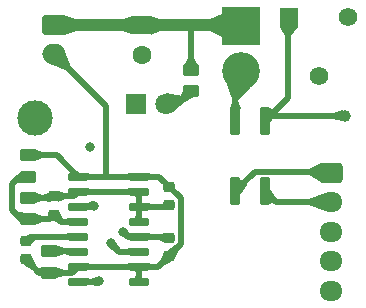
<source format=gbr>
%TF.GenerationSoftware,KiCad,Pcbnew,7.0.8-7.0.8~ubuntu22.04.1*%
%TF.CreationDate,2023-11-01T15:39:39+03:00*%
%TF.ProjectId,main-module,6d61696e-2d6d-46f6-9475-6c652e6b6963,rev?*%
%TF.SameCoordinates,Original*%
%TF.FileFunction,Copper,L1,Top*%
%TF.FilePolarity,Positive*%
%FSLAX46Y46*%
G04 Gerber Fmt 4.6, Leading zero omitted, Abs format (unit mm)*
G04 Created by KiCad (PCBNEW 7.0.8-7.0.8~ubuntu22.04.1) date 2023-11-01 15:39:39*
%MOMM*%
%LPD*%
G01*
G04 APERTURE LIST*
G04 Aperture macros list*
%AMRoundRect*
0 Rectangle with rounded corners*
0 $1 Rounding radius*
0 $2 $3 $4 $5 $6 $7 $8 $9 X,Y pos of 4 corners*
0 Add a 4 corners polygon primitive as box body*
4,1,4,$2,$3,$4,$5,$6,$7,$8,$9,$2,$3,0*
0 Add four circle primitives for the rounded corners*
1,1,$1+$1,$2,$3*
1,1,$1+$1,$4,$5*
1,1,$1+$1,$6,$7*
1,1,$1+$1,$8,$9*
0 Add four rect primitives between the rounded corners*
20,1,$1+$1,$2,$3,$4,$5,0*
20,1,$1+$1,$4,$5,$6,$7,0*
20,1,$1+$1,$6,$7,$8,$9,0*
20,1,$1+$1,$8,$9,$2,$3,0*%
G04 Aperture macros list end*
%TA.AperFunction,ComponentPad*%
%ADD10RoundRect,0.250000X-0.725000X0.600000X-0.725000X-0.600000X0.725000X-0.600000X0.725000X0.600000X0*%
%TD*%
%TA.AperFunction,ComponentPad*%
%ADD11O,1.950000X1.700000*%
%TD*%
%TA.AperFunction,SMDPad,CuDef*%
%ADD12RoundRect,0.225000X-0.250000X0.225000X-0.250000X-0.225000X0.250000X-0.225000X0.250000X0.225000X0*%
%TD*%
%TA.AperFunction,ComponentPad*%
%ADD13R,3.200000X3.200000*%
%TD*%
%TA.AperFunction,ComponentPad*%
%ADD14O,3.200000X3.200000*%
%TD*%
%TA.AperFunction,ComponentPad*%
%ADD15R,1.560000X1.560000*%
%TD*%
%TA.AperFunction,ComponentPad*%
%ADD16C,1.560000*%
%TD*%
%TA.AperFunction,SMDPad,CuDef*%
%ADD17RoundRect,0.250000X-0.450000X0.262500X-0.450000X-0.262500X0.450000X-0.262500X0.450000X0.262500X0*%
%TD*%
%TA.AperFunction,ComponentPad*%
%ADD18R,1.600000X1.600000*%
%TD*%
%TA.AperFunction,ComponentPad*%
%ADD19C,1.600000*%
%TD*%
%TA.AperFunction,SMDPad,CuDef*%
%ADD20RoundRect,0.250000X0.450000X-0.262500X0.450000X0.262500X-0.450000X0.262500X-0.450000X-0.262500X0*%
%TD*%
%TA.AperFunction,SMDPad,CuDef*%
%ADD21C,1.000000*%
%TD*%
%TA.AperFunction,ComponentPad*%
%ADD22C,3.000000*%
%TD*%
%TA.AperFunction,SMDPad,CuDef*%
%ADD23RoundRect,0.225000X0.250000X-0.225000X0.250000X0.225000X-0.250000X0.225000X-0.250000X-0.225000X0*%
%TD*%
%TA.AperFunction,ComponentPad*%
%ADD24R,1.800000X1.800000*%
%TD*%
%TA.AperFunction,ComponentPad*%
%ADD25C,1.800000*%
%TD*%
%TA.AperFunction,SMDPad,CuDef*%
%ADD26RoundRect,0.225000X-0.225000X-0.975000X0.225000X-0.975000X0.225000X0.975000X-0.225000X0.975000X0*%
%TD*%
%TA.AperFunction,SMDPad,CuDef*%
%ADD27RoundRect,0.150000X-0.725000X-0.150000X0.725000X-0.150000X0.725000X0.150000X-0.725000X0.150000X0*%
%TD*%
%TA.AperFunction,ComponentPad*%
%ADD28RoundRect,0.250000X-0.750000X0.600000X-0.750000X-0.600000X0.750000X-0.600000X0.750000X0.600000X0*%
%TD*%
%TA.AperFunction,ComponentPad*%
%ADD29O,2.000000X1.700000*%
%TD*%
%TA.AperFunction,ViaPad*%
%ADD30C,0.800000*%
%TD*%
%TA.AperFunction,Conductor*%
%ADD31C,0.500000*%
%TD*%
%TA.AperFunction,Conductor*%
%ADD32C,1.000000*%
%TD*%
G04 APERTURE END LIST*
D10*
%TO.P,T1,1,AA*%
%TO.N,Net-(T1-AA)*%
X172550000Y-75687500D03*
D11*
%TO.P,T1,2,AB*%
%TO.N,Net-(T1-AB)*%
X172550000Y-78187500D03*
%TO.P,T1,3,SA*%
%TO.N,Net-(T1-SA)*%
X172550000Y-80687500D03*
%TO.P,T1,4,SC*%
%TO.N,VPP*%
X172550000Y-83187500D03*
%TO.P,T1,5,SB*%
%TO.N,Net-(T1-SB)*%
X172550000Y-85687500D03*
%TD*%
D12*
%TO.P,C23,1*%
%TO.N,Net-(U9-CT)*%
X146750000Y-81475000D03*
%TO.P,C23,2*%
%TO.N,GND1*%
X146750000Y-83025000D03*
%TD*%
D13*
%TO.P,D4,1,K*%
%TO.N,VPP*%
X164950000Y-63315000D03*
D14*
%TO.P,D4,2,A*%
%TO.N,GND1*%
X164950000Y-67125000D03*
%TD*%
D15*
%TO.P,RV2,1,1*%
%TO.N,Net-(D6-+)*%
X169050000Y-62547500D03*
D16*
%TO.P,RV2,2,2*%
%TO.N,/TL494_FEEDBACK*%
X171550000Y-67547500D03*
%TO.P,RV2,3,3*%
%TO.N,GND1*%
X174050000Y-62547500D03*
%TD*%
D17*
%TO.P,R14,1*%
%TO.N,/TL494_VREF*%
X146950000Y-77812500D03*
%TO.P,R14,2*%
%TO.N,/TL494_DTC*%
X146950000Y-79637500D03*
%TD*%
D18*
%TO.P,C18,1*%
%TO.N,VPP*%
X156550000Y-63205121D03*
D19*
%TO.P,C18,2*%
%TO.N,GND1*%
X156550000Y-65705121D03*
%TD*%
D12*
%TO.P,C25,1*%
%TO.N,/TL494_VREF*%
X149150000Y-77712500D03*
%TO.P,C25,2*%
%TO.N,/TL494_DTC*%
X149150000Y-79262500D03*
%TD*%
D17*
%TO.P,R21,1*%
%TO.N,VPP*%
X160750000Y-66975000D03*
%TO.P,R21,2*%
%TO.N,Net-(D5-A)*%
X160750000Y-68800000D03*
%TD*%
D20*
%TO.P,R15,1*%
%TO.N,/TL494_DTC*%
X146950000Y-76050000D03*
%TO.P,R15,2*%
%TO.N,GND1*%
X146950000Y-74225000D03*
%TD*%
D12*
%TO.P,C22,1*%
%TO.N,VPP*%
X158900000Y-81225000D03*
%TO.P,C22,2*%
%TO.N,GND1*%
X158900000Y-82775000D03*
%TD*%
D21*
%TO.P,TP6,1,1*%
%TO.N,Net-(D6-+)*%
X173750000Y-70887500D03*
%TD*%
D22*
%TO.P,TP5,1,1*%
%TO.N,GND1*%
X147550000Y-71087500D03*
%TD*%
D23*
%TO.P,C21,1*%
%TO.N,/TL494_VREF*%
X158900000Y-78462500D03*
%TO.P,C21,2*%
%TO.N,GND1*%
X158900000Y-76912500D03*
%TD*%
D24*
%TO.P,D5,1,K*%
%TO.N,GND1*%
X156075000Y-69887500D03*
D25*
%TO.P,D5,2,A*%
%TO.N,Net-(D5-A)*%
X158615000Y-69887500D03*
%TD*%
D26*
%TO.P,D6,1,+*%
%TO.N,Net-(D6-+)*%
X167000000Y-71287500D03*
%TO.P,D6,2,-*%
%TO.N,GND1*%
X164500000Y-71287500D03*
%TO.P,D6,3*%
%TO.N,Net-(T1-AA)*%
X164500000Y-77287500D03*
%TO.P,D6,4*%
%TO.N,Net-(T1-AB)*%
X167000000Y-77287500D03*
%TD*%
D27*
%TO.P,U9,1,1IN+*%
%TO.N,GND1*%
X151175000Y-76055000D03*
%TO.P,U9,2,1IN-*%
%TO.N,/TL494_VREF*%
X151175000Y-77325000D03*
%TO.P,U9,3,FB*%
%TO.N,/TL494_FEEDBACK*%
X151175000Y-78595000D03*
%TO.P,U9,4,DTC*%
%TO.N,/TL494_DTC*%
X151175000Y-79865000D03*
%TO.P,U9,5,CT*%
%TO.N,Net-(U9-CT)*%
X151175000Y-81135000D03*
%TO.P,U9,6,RT*%
%TO.N,Net-(U9-RT)*%
X151175000Y-82405000D03*
%TO.P,U9,7,GND*%
%TO.N,GND1*%
X151175000Y-83675000D03*
%TO.P,U9,8,C1*%
%TO.N,Net-(U11-IN-)*%
X151175000Y-84945000D03*
%TO.P,U9,9,E1*%
%TO.N,GND1*%
X156325000Y-84945000D03*
%TO.P,U9,10,E2*%
X156325000Y-83675000D03*
%TO.P,U9,11,C2*%
%TO.N,Net-(U12-IN-)*%
X156325000Y-82405000D03*
%TO.P,U9,12,VCC*%
%TO.N,VPP*%
X156325000Y-81135000D03*
%TO.P,U9,13,OUTCTRL*%
%TO.N,/TL494_VREF*%
X156325000Y-79865000D03*
%TO.P,U9,14,REF*%
X156325000Y-78595000D03*
%TO.P,U9,15,2IN-*%
X156325000Y-77325000D03*
%TO.P,U9,16,2IN+*%
%TO.N,GND1*%
X156325000Y-76055000D03*
%TD*%
D17*
%TO.P,R13,1*%
%TO.N,Net-(U9-RT)*%
X148750000Y-82337500D03*
%TO.P,R13,2*%
%TO.N,GND1*%
X148750000Y-84162500D03*
%TD*%
D28*
%TO.P,J4,1,Pin_1*%
%TO.N,VPP*%
X149150000Y-63187500D03*
D29*
%TO.P,J4,2,Pin_2*%
%TO.N,GND1*%
X149150000Y-65687500D03*
%TD*%
D30*
%TO.N,Net-(U11-IN-)*%
X152950000Y-84887500D03*
%TO.N,Net-(U12-IN-)*%
X153950000Y-81687500D03*
X152150000Y-73487500D03*
%TO.N,VPP*%
X154950000Y-80687500D03*
%TO.N,/TL494_FEEDBACK*%
X152550000Y-78487500D03*
%TD*%
D31*
%TO.N,Net-(U9-RT)*%
X151107500Y-82337500D02*
X151175000Y-82405000D01*
X148750000Y-82337500D02*
X151107500Y-82337500D01*
%TO.N,Net-(U11-IN-)*%
X152892500Y-84945000D02*
X152950000Y-84887500D01*
X151175000Y-84945000D02*
X152892500Y-84945000D01*
%TO.N,Net-(U12-IN-)*%
X154667500Y-82405000D02*
X153950000Y-81687500D01*
X156325000Y-82405000D02*
X154667500Y-82405000D01*
%TO.N,VPP*%
X158950000Y-81112500D02*
X156347500Y-81112500D01*
X156325000Y-81135000D02*
X155397500Y-81135000D01*
D32*
X149150000Y-63187500D02*
X156532379Y-63187500D01*
D31*
X160750000Y-63405121D02*
X160550000Y-63205121D01*
D32*
X160550000Y-63205121D02*
X164840121Y-63205121D01*
D31*
X155397500Y-81135000D02*
X154950000Y-80687500D01*
X160750000Y-66975000D02*
X160750000Y-63405121D01*
D32*
X156550000Y-63205121D02*
X160550000Y-63205121D01*
D31*
%TO.N,GND1*%
X153550000Y-76055000D02*
X156325000Y-76055000D01*
X156325000Y-83675000D02*
X156325000Y-84945000D01*
X148750000Y-84162500D02*
X150687500Y-84162500D01*
X158950000Y-82662500D02*
X159875000Y-81737500D01*
X150687500Y-84162500D02*
X151175000Y-83675000D01*
X153550000Y-70087500D02*
X149150000Y-65687500D01*
X146950000Y-74225000D02*
X149345000Y-74225000D01*
X148750000Y-84162500D02*
X147887500Y-84162500D01*
X149345000Y-74225000D02*
X151175000Y-76055000D01*
X153550000Y-76055000D02*
X153550000Y-70087500D01*
X164500000Y-71287500D02*
X164500000Y-67575000D01*
X158950000Y-82662500D02*
X157937500Y-83675000D01*
X151175000Y-76055000D02*
X153550000Y-76055000D01*
X159875000Y-77875000D02*
X158055000Y-76055000D01*
X151175000Y-83675000D02*
X156325000Y-83675000D01*
X158055000Y-76055000D02*
X156325000Y-76055000D01*
X147887500Y-84162500D02*
X146750000Y-83025000D01*
X159875000Y-81737500D02*
X159875000Y-77875000D01*
X157937500Y-83675000D02*
X156325000Y-83675000D01*
%TO.N,Net-(U9-CT)*%
X147090000Y-81135000D02*
X151175000Y-81135000D01*
X146750000Y-81475000D02*
X147090000Y-81135000D01*
%TO.N,/TL494_VREF*%
X150787500Y-77712500D02*
X151175000Y-77325000D01*
X156325000Y-78595000D02*
X158417500Y-78595000D01*
X146950000Y-77812500D02*
X149050000Y-77812500D01*
X156325000Y-77325000D02*
X151175000Y-77325000D01*
X156325000Y-77325000D02*
X156325000Y-79865000D01*
X149150000Y-77712500D02*
X150787500Y-77712500D01*
%TO.N,/TL494_DTC*%
X145550000Y-76687500D02*
X146187500Y-76050000D01*
X146950000Y-79637500D02*
X148775000Y-79637500D01*
X149150000Y-79262500D02*
X149752500Y-79865000D01*
X148775000Y-79637500D02*
X149150000Y-79262500D01*
X145550000Y-78887500D02*
X145550000Y-76687500D01*
X146950000Y-79637500D02*
X146300000Y-79637500D01*
X146300000Y-79637500D02*
X145550000Y-78887500D01*
X146187500Y-76050000D02*
X146950000Y-76050000D01*
X149752500Y-79865000D02*
X151175000Y-79865000D01*
%TO.N,/TL494_FEEDBACK*%
X151175000Y-78595000D02*
X152442500Y-78595000D01*
X152442500Y-78595000D02*
X152550000Y-78487500D01*
%TO.N,Net-(T1-AA)*%
X166150000Y-75637500D02*
X172500000Y-75637500D01*
X164500000Y-77287500D02*
X166150000Y-75637500D01*
%TO.N,Net-(T1-AB)*%
X167000000Y-77287500D02*
X167900000Y-78187500D01*
X167900000Y-78187500D02*
X172550000Y-78187500D01*
%TO.N,Net-(D6-+)*%
X167000000Y-71287500D02*
X168950000Y-69337500D01*
X167400000Y-70887500D02*
X167000000Y-71287500D01*
X168950000Y-69337500D02*
X168950000Y-62647500D01*
X173750000Y-70887500D02*
X167400000Y-70887500D01*
%TO.N,Net-(D5-A)*%
X158615000Y-69887500D02*
X159662500Y-69887500D01*
X159662500Y-69887500D02*
X160750000Y-68800000D01*
%TD*%
%TA.AperFunction,Conductor*%
%TO.N,Net-(D6-+)*%
G36*
X169057998Y-62555048D02*
G01*
X169058269Y-62555328D01*
X169774873Y-63320355D01*
X169778028Y-63328735D01*
X169775714Y-63335347D01*
X169203509Y-64102794D01*
X169195816Y-64107378D01*
X169194129Y-64107500D01*
X168706910Y-64107500D01*
X168698637Y-64104073D01*
X168696664Y-64101449D01*
X168274243Y-63335197D01*
X168273250Y-63326297D01*
X168276209Y-63321282D01*
X169041453Y-62555057D01*
X169049723Y-62551626D01*
X169057998Y-62555048D01*
G37*
%TD.AperFunction*%
%TD*%
%TA.AperFunction,Conductor*%
%TO.N,Net-(U12-IN-)*%
G36*
X155602772Y-82106145D02*
G01*
X155746340Y-82165471D01*
X156299832Y-82394187D01*
X156306170Y-82400513D01*
X156306177Y-82409468D01*
X156299852Y-82415804D01*
X156299836Y-82415811D01*
X156299832Y-82415813D01*
X155602774Y-82703853D01*
X155597014Y-82704668D01*
X155160408Y-82656156D01*
X155152564Y-82651837D01*
X155150000Y-82644528D01*
X155150000Y-82165471D01*
X155153427Y-82157198D01*
X155160406Y-82153843D01*
X155597017Y-82105331D01*
X155602772Y-82106145D01*
G37*
%TD.AperFunction*%
%TD*%
%TA.AperFunction,Conductor*%
%TO.N,GND1*%
G36*
X150098379Y-65439167D02*
G01*
X150103486Y-65445263D01*
X150586376Y-66765874D01*
X150585999Y-66774821D01*
X150583661Y-66778165D01*
X150240993Y-67120833D01*
X150232720Y-67124260D01*
X150228102Y-67123310D01*
X149460656Y-66793602D01*
X148759144Y-66492221D01*
X148752896Y-66485808D01*
X148753013Y-66476854D01*
X148753294Y-66476249D01*
X149146928Y-65691506D01*
X149153699Y-65685650D01*
X149154375Y-65685448D01*
X150089505Y-65437970D01*
X150098379Y-65439167D01*
G37*
%TD.AperFunction*%
%TD*%
%TA.AperFunction,Conductor*%
%TO.N,GND1*%
G36*
X148302234Y-83653075D02*
G01*
X148304371Y-83654977D01*
X148741171Y-84152349D01*
X148744055Y-84160826D01*
X148740101Y-84168860D01*
X148738103Y-84170274D01*
X148087607Y-84535056D01*
X148078715Y-84536114D01*
X148075027Y-84534331D01*
X147474359Y-84099835D01*
X147469664Y-84092209D01*
X147471736Y-84083498D01*
X147472937Y-84082088D01*
X147814210Y-83740815D01*
X147820377Y-83737580D01*
X148293481Y-83651190D01*
X148302234Y-83653075D01*
G37*
%TD.AperFunction*%
%TD*%
%TA.AperFunction,Conductor*%
%TO.N,/TL494_VREF*%
G36*
X157489593Y-78343843D02*
G01*
X157497436Y-78348162D01*
X157500000Y-78355471D01*
X157500000Y-78834528D01*
X157496573Y-78842801D01*
X157489592Y-78846156D01*
X157052985Y-78894668D01*
X157047225Y-78893853D01*
X156350167Y-78605813D01*
X156343829Y-78599487D01*
X156343822Y-78590532D01*
X156350146Y-78584195D01*
X157047227Y-78296145D01*
X157052982Y-78295331D01*
X157489593Y-78343843D01*
G37*
%TD.AperFunction*%
%TD*%
%TA.AperFunction,Conductor*%
%TO.N,GND1*%
G36*
X147502289Y-73733946D02*
G01*
X148154813Y-73972193D01*
X148161409Y-73978249D01*
X148162500Y-73983183D01*
X148162500Y-74466816D01*
X148159073Y-74475089D01*
X148154813Y-74477806D01*
X147502292Y-74716052D01*
X147493345Y-74715671D01*
X147490439Y-74713747D01*
X146958621Y-74233685D01*
X146954776Y-74225598D01*
X146957776Y-74217160D01*
X146958621Y-74216315D01*
X147225952Y-73975000D01*
X147490440Y-73736251D01*
X147498877Y-73733252D01*
X147502289Y-73733946D01*
G37*
%TD.AperFunction*%
%TD*%
%TA.AperFunction,Conductor*%
%TO.N,GND1*%
G36*
X157489593Y-83423843D02*
G01*
X157497436Y-83428162D01*
X157500000Y-83435471D01*
X157500000Y-83914528D01*
X157496573Y-83922801D01*
X157489592Y-83926156D01*
X157052985Y-83974668D01*
X157047225Y-83973853D01*
X156350167Y-83685813D01*
X156343829Y-83679487D01*
X156343822Y-83670532D01*
X156350146Y-83664195D01*
X157047227Y-83376145D01*
X157052982Y-83375331D01*
X157489593Y-83423843D01*
G37*
%TD.AperFunction*%
%TD*%
%TA.AperFunction,Conductor*%
%TO.N,GND1*%
G36*
X147224967Y-82867230D02*
G01*
X147229833Y-82871737D01*
X147634442Y-83552716D01*
X147635721Y-83561578D01*
X147632656Y-83566964D01*
X147292033Y-83907587D01*
X147283760Y-83911014D01*
X147277680Y-83909310D01*
X146572153Y-83480200D01*
X146566865Y-83472973D01*
X146567415Y-83465747D01*
X146747265Y-83029214D01*
X146753584Y-83022872D01*
X146754316Y-83022596D01*
X147216035Y-82866631D01*
X147224967Y-82867230D01*
G37*
%TD.AperFunction*%
%TD*%
%TA.AperFunction,Conductor*%
%TO.N,Net-(D6-+)*%
G36*
X173557677Y-70429360D02*
G01*
X173562573Y-70434963D01*
X173749127Y-70883003D01*
X173749144Y-70891957D01*
X173749127Y-70891997D01*
X173562573Y-71340036D01*
X173556229Y-71346357D01*
X173548806Y-71346857D01*
X172758734Y-71139789D01*
X172751600Y-71134376D01*
X172750000Y-71128471D01*
X172750000Y-70646528D01*
X172753427Y-70638255D01*
X172758731Y-70635211D01*
X173548806Y-70428142D01*
X173557677Y-70429360D01*
G37*
%TD.AperFunction*%
%TD*%
%TA.AperFunction,Conductor*%
%TO.N,/TL494_DTC*%
G36*
X146270693Y-75720775D02*
G01*
X146936851Y-76042599D01*
X146942809Y-76049283D01*
X146942296Y-76058224D01*
X146940552Y-76060855D01*
X146503675Y-76558315D01*
X146495641Y-76562269D01*
X146494433Y-76562285D01*
X146050659Y-76545150D01*
X146042837Y-76541732D01*
X145701606Y-76200501D01*
X145698179Y-76192228D01*
X145701606Y-76183955D01*
X145702395Y-76183235D01*
X146258135Y-75722303D01*
X146266689Y-75719661D01*
X146270693Y-75720775D01*
G37*
%TD.AperFunction*%
%TD*%
%TA.AperFunction,Conductor*%
%TO.N,VPP*%
G36*
X155751993Y-62408051D02*
G01*
X155755213Y-62410328D01*
X156542665Y-63196797D01*
X156546097Y-63205068D01*
X156542675Y-63213343D01*
X156542619Y-63213399D01*
X155755380Y-63991038D01*
X155747086Y-63994414D01*
X155742944Y-63993629D01*
X154957486Y-63690390D01*
X154951002Y-63684213D01*
X154950000Y-63679475D01*
X154950000Y-62695777D01*
X154953427Y-62687504D01*
X154957803Y-62684745D01*
X155743053Y-62407573D01*
X155751993Y-62408051D01*
G37*
%TD.AperFunction*%
%TD*%
%TA.AperFunction,Conductor*%
%TO.N,Net-(T1-AA)*%
G36*
X171735436Y-74862706D02*
G01*
X172261326Y-75394548D01*
X172542825Y-75679232D01*
X172546205Y-75687524D01*
X172542784Y-75695726D01*
X171731009Y-76508579D01*
X171722738Y-76512011D01*
X171716507Y-76510219D01*
X170730477Y-75890939D01*
X170725294Y-75883637D01*
X170725000Y-75881031D01*
X170725000Y-75394548D01*
X170728427Y-75386275D01*
X170731232Y-75384205D01*
X171717645Y-74862707D01*
X171721649Y-74860589D01*
X171730564Y-74859752D01*
X171735436Y-74862706D01*
G37*
%TD.AperFunction*%
%TD*%
%TA.AperFunction,Conductor*%
%TO.N,GND1*%
G36*
X159404849Y-81867660D02*
G01*
X159745497Y-82208308D01*
X159748924Y-82216581D01*
X159747554Y-82222075D01*
X159379540Y-82913937D01*
X159372629Y-82919632D01*
X159365761Y-82919623D01*
X158904410Y-82777285D01*
X158897515Y-82771571D01*
X158897143Y-82770801D01*
X158705725Y-82333986D01*
X158705544Y-82325035D01*
X158709952Y-82319557D01*
X159390088Y-81866197D01*
X159398871Y-81864460D01*
X159404849Y-81867660D01*
G37*
%TD.AperFunction*%
%TD*%
%TA.AperFunction,Conductor*%
%TO.N,Net-(D5-A)*%
G36*
X158628257Y-68989306D02*
G01*
X160013915Y-69178093D01*
X160020608Y-69181413D01*
X160362583Y-69523388D01*
X160366010Y-69531661D01*
X160362583Y-69539934D01*
X160362066Y-69540421D01*
X159259629Y-70516605D01*
X159251164Y-70519523D01*
X159243610Y-70516127D01*
X158617731Y-69891637D01*
X158614296Y-69883371D01*
X158614989Y-69000889D01*
X158618422Y-68992620D01*
X158626698Y-68989200D01*
X158628257Y-68989306D01*
G37*
%TD.AperFunction*%
%TD*%
%TA.AperFunction,Conductor*%
%TO.N,VPP*%
G36*
X157357048Y-62407764D02*
G01*
X158142408Y-62702274D01*
X158148951Y-62708388D01*
X158150000Y-62713229D01*
X158150000Y-63697013D01*
X158146573Y-63705286D01*
X158142408Y-63707968D01*
X157357048Y-64002477D01*
X157348098Y-64002173D01*
X157344672Y-63999800D01*
X157052475Y-63707968D01*
X156557287Y-63213398D01*
X156553856Y-63205128D01*
X156557278Y-63196853D01*
X156557288Y-63196843D01*
X157344674Y-62410440D01*
X157352947Y-62407019D01*
X157357048Y-62407764D01*
G37*
%TD.AperFunction*%
%TD*%
%TA.AperFunction,Conductor*%
%TO.N,GND1*%
G36*
X157489593Y-75803843D02*
G01*
X157497436Y-75808162D01*
X157500000Y-75815471D01*
X157500000Y-76294528D01*
X157496573Y-76302801D01*
X157489592Y-76306156D01*
X157052985Y-76354668D01*
X157047225Y-76353853D01*
X156350167Y-76065813D01*
X156343829Y-76059487D01*
X156343822Y-76050532D01*
X156350146Y-76044195D01*
X157047227Y-75756145D01*
X157052982Y-75755331D01*
X157489593Y-75803843D01*
G37*
%TD.AperFunction*%
%TD*%
%TA.AperFunction,Conductor*%
%TO.N,Net-(U11-IN-)*%
G36*
X152339593Y-84693843D02*
G01*
X152347436Y-84698162D01*
X152350000Y-84705471D01*
X152350000Y-85184528D01*
X152346573Y-85192801D01*
X152339592Y-85196156D01*
X151902985Y-85244668D01*
X151897225Y-85243853D01*
X151200167Y-84955813D01*
X151193829Y-84949487D01*
X151193822Y-84940532D01*
X151200146Y-84934195D01*
X151897227Y-84646145D01*
X151902982Y-84645331D01*
X152339593Y-84693843D01*
G37*
%TD.AperFunction*%
%TD*%
%TA.AperFunction,Conductor*%
%TO.N,/TL494_VREF*%
G36*
X147502289Y-77321446D02*
G01*
X148154813Y-77559693D01*
X148161409Y-77565749D01*
X148162500Y-77570683D01*
X148162500Y-78054316D01*
X148159073Y-78062589D01*
X148154813Y-78065306D01*
X147502292Y-78303552D01*
X147493345Y-78303171D01*
X147490439Y-78301247D01*
X146958621Y-77821185D01*
X146954776Y-77813098D01*
X146957776Y-77804660D01*
X146958621Y-77803815D01*
X147225952Y-77562500D01*
X147490440Y-77323751D01*
X147498877Y-77320752D01*
X147502289Y-77321446D01*
G37*
%TD.AperFunction*%
%TD*%
%TA.AperFunction,Conductor*%
%TO.N,Net-(T1-AB)*%
G36*
X172099295Y-77406044D02*
G01*
X172104732Y-77410925D01*
X172547649Y-78181670D01*
X172548800Y-78190551D01*
X172547649Y-78193330D01*
X172104732Y-78964074D01*
X172097639Y-78969539D01*
X172090343Y-78969147D01*
X170732455Y-78440402D01*
X170725989Y-78434206D01*
X170725000Y-78429499D01*
X170725000Y-77945500D01*
X170728427Y-77937227D01*
X170732455Y-77934597D01*
X172090345Y-77405852D01*
X172099295Y-77406044D01*
G37*
%TD.AperFunction*%
%TD*%
%TA.AperFunction,Conductor*%
%TO.N,GND1*%
G36*
X164749655Y-69640927D02*
G01*
X164752556Y-69645730D01*
X164931629Y-70222392D01*
X164931290Y-70230278D01*
X164510835Y-71261915D01*
X164504539Y-71268283D01*
X164495584Y-71268334D01*
X164489216Y-71262038D01*
X164489165Y-71261915D01*
X164068709Y-70230278D01*
X164068370Y-70222392D01*
X164247444Y-69645730D01*
X164253171Y-69638846D01*
X164258618Y-69637500D01*
X164741382Y-69637500D01*
X164749655Y-69640927D01*
G37*
%TD.AperFunction*%
%TD*%
%TA.AperFunction,Conductor*%
%TO.N,Net-(T1-AB)*%
G36*
X167449890Y-77104855D02*
G01*
X167455263Y-77109375D01*
X167939935Y-77871003D01*
X167941485Y-77879822D01*
X167938337Y-77885557D01*
X167592012Y-78231882D01*
X167590746Y-78232978D01*
X167441773Y-78344395D01*
X167433096Y-78346606D01*
X167425397Y-78342033D01*
X167423916Y-78339403D01*
X167003638Y-77297563D01*
X167003721Y-77288609D01*
X167010029Y-77282369D01*
X167440936Y-77104838D01*
X167449890Y-77104855D01*
G37*
%TD.AperFunction*%
%TD*%
%TA.AperFunction,Conductor*%
%TO.N,/TL494_DTC*%
G36*
X147502289Y-79146446D02*
G01*
X148154813Y-79384693D01*
X148161409Y-79390749D01*
X148162500Y-79395683D01*
X148162500Y-79879316D01*
X148159073Y-79887589D01*
X148154813Y-79890306D01*
X147502292Y-80128552D01*
X147493345Y-80128171D01*
X147490439Y-80126247D01*
X146958621Y-79646185D01*
X146954776Y-79638098D01*
X146957776Y-79629660D01*
X146958621Y-79628815D01*
X147225952Y-79387500D01*
X147490440Y-79148751D01*
X147498877Y-79145752D01*
X147502289Y-79146446D01*
G37*
%TD.AperFunction*%
%TD*%
%TA.AperFunction,Conductor*%
%TO.N,VPP*%
G36*
X155239466Y-80414574D02*
G01*
X155240802Y-80416180D01*
X155562567Y-80881999D01*
X155564640Y-80888648D01*
X155564640Y-81367279D01*
X155561213Y-81375552D01*
X155552940Y-81378979D01*
X155548344Y-81378038D01*
X154807544Y-81061587D01*
X154801282Y-81055186D01*
X154801320Y-81046376D01*
X154867727Y-80885000D01*
X154948105Y-80689673D01*
X154950663Y-80685842D01*
X155222920Y-80414544D01*
X155231199Y-80411133D01*
X155239466Y-80414574D01*
G37*
%TD.AperFunction*%
%TD*%
%TA.AperFunction,Conductor*%
%TO.N,VPP*%
G36*
X163355429Y-62250096D02*
G01*
X164935413Y-63304597D01*
X164940392Y-63312040D01*
X164938650Y-63320824D01*
X164934810Y-63324437D01*
X163355688Y-64244940D01*
X163346815Y-64246146D01*
X163344212Y-64245113D01*
X162356116Y-63708442D01*
X162350481Y-63701482D01*
X162350000Y-63698161D01*
X162350000Y-62712627D01*
X162353427Y-62704354D01*
X162356822Y-62701992D01*
X163344063Y-62249195D01*
X163353010Y-62248862D01*
X163355429Y-62250096D01*
G37*
%TD.AperFunction*%
%TD*%
%TA.AperFunction,Conductor*%
%TO.N,Net-(U12-IN-)*%
G36*
X154239421Y-81414617D02*
G01*
X154240783Y-81416262D01*
X154686978Y-82068395D01*
X154688822Y-82077158D01*
X154685595Y-82083275D01*
X154345775Y-82423095D01*
X154337502Y-82426522D01*
X154330895Y-82424478D01*
X153678762Y-81978283D01*
X153673869Y-81970783D01*
X153675713Y-81962020D01*
X153677075Y-81960375D01*
X153949293Y-81686793D01*
X154222875Y-81414575D01*
X154231156Y-81411169D01*
X154239421Y-81414617D01*
G37*
%TD.AperFunction*%
%TD*%
%TA.AperFunction,Conductor*%
%TO.N,Net-(U9-RT)*%
G36*
X151172740Y-82104824D02*
G01*
X151180960Y-82108373D01*
X151184265Y-82116696D01*
X151184261Y-82116858D01*
X151176241Y-82396578D01*
X151172579Y-82404750D01*
X151167936Y-82407441D01*
X150344456Y-82656742D01*
X150338714Y-82657005D01*
X150009348Y-82589418D01*
X150001933Y-82584398D01*
X150000000Y-82577957D01*
X150000000Y-82099374D01*
X150003427Y-82091101D01*
X150011700Y-82087674D01*
X150011828Y-82087674D01*
X151172740Y-82104824D01*
G37*
%TD.AperFunction*%
%TD*%
%TA.AperFunction,Conductor*%
%TO.N,VPP*%
G36*
X158650784Y-80778353D02*
G01*
X158653861Y-80781922D01*
X158896880Y-81217614D01*
X158897917Y-81226508D01*
X158895278Y-81231228D01*
X158532277Y-81626353D01*
X158524156Y-81630128D01*
X158518511Y-81628944D01*
X157981550Y-81365710D01*
X157975630Y-81358991D01*
X157975000Y-81355204D01*
X157975000Y-80872781D01*
X157978427Y-80864508D01*
X157985195Y-80861178D01*
X158642141Y-80776018D01*
X158650784Y-80778353D01*
G37*
%TD.AperFunction*%
%TD*%
%TA.AperFunction,Conductor*%
%TO.N,Net-(U9-RT)*%
G36*
X149302289Y-81846446D02*
G01*
X149954813Y-82084693D01*
X149961409Y-82090749D01*
X149962500Y-82095683D01*
X149962500Y-82579316D01*
X149959073Y-82587589D01*
X149954813Y-82590306D01*
X149302292Y-82828552D01*
X149293345Y-82828171D01*
X149290439Y-82826247D01*
X148758621Y-82346185D01*
X148754776Y-82338098D01*
X148757776Y-82329660D01*
X148758621Y-82328815D01*
X149025952Y-82087500D01*
X149290440Y-81848751D01*
X149298877Y-81845752D01*
X149302289Y-81846446D01*
G37*
%TD.AperFunction*%
%TD*%
%TA.AperFunction,Conductor*%
%TO.N,Net-(U9-CT)*%
G36*
X150452772Y-80836145D02*
G01*
X150596340Y-80895471D01*
X151149832Y-81124187D01*
X151156170Y-81130513D01*
X151156177Y-81139468D01*
X151149852Y-81145804D01*
X151149836Y-81145811D01*
X151149832Y-81145813D01*
X150452774Y-81433853D01*
X150447014Y-81434668D01*
X150010408Y-81386156D01*
X150002564Y-81381837D01*
X150000000Y-81374528D01*
X150000000Y-80895471D01*
X150003427Y-80887198D01*
X150010406Y-80883843D01*
X150447017Y-80835331D01*
X150452772Y-80836145D01*
G37*
%TD.AperFunction*%
%TD*%
%TA.AperFunction,Conductor*%
%TO.N,Net-(D6-+)*%
G36*
X167441769Y-70230601D02*
G01*
X167590746Y-70342021D01*
X167592012Y-70343117D01*
X167938337Y-70689442D01*
X167941764Y-70697715D01*
X167939935Y-70703996D01*
X167455263Y-71465624D01*
X167447930Y-71470764D01*
X167440935Y-71470161D01*
X167010031Y-71292631D01*
X167003687Y-71286311D01*
X167003638Y-71277436D01*
X167234964Y-70703996D01*
X167423916Y-70235595D01*
X167430189Y-70229206D01*
X167439143Y-70229123D01*
X167441769Y-70230601D01*
G37*
%TD.AperFunction*%
%TD*%
%TA.AperFunction,Conductor*%
%TO.N,/TL494_VREF*%
G36*
X152339593Y-77073843D02*
G01*
X152347436Y-77078162D01*
X152350000Y-77085471D01*
X152350000Y-77564528D01*
X152346573Y-77572801D01*
X152339592Y-77576156D01*
X151902985Y-77624668D01*
X151897225Y-77623853D01*
X151200167Y-77335813D01*
X151193829Y-77329487D01*
X151193822Y-77320532D01*
X151200146Y-77314195D01*
X151897227Y-77026145D01*
X151902982Y-77025331D01*
X152339593Y-77073843D01*
G37*
%TD.AperFunction*%
%TD*%
%TA.AperFunction,Conductor*%
%TO.N,VPP*%
G36*
X157489015Y-80861828D02*
G01*
X157497062Y-80865753D01*
X157500000Y-80873506D01*
X157500000Y-81352408D01*
X157496573Y-81360681D01*
X157490018Y-81363981D01*
X157115737Y-81419528D01*
X157110044Y-81418959D01*
X156352433Y-81145271D01*
X156345816Y-81139237D01*
X156345404Y-81130292D01*
X156351438Y-81123675D01*
X156351919Y-81123462D01*
X157047511Y-80836028D01*
X157052688Y-80835164D01*
X157489015Y-80861828D01*
G37*
%TD.AperFunction*%
%TD*%
%TA.AperFunction,Conductor*%
%TO.N,/TL494_DTC*%
G36*
X149624010Y-79069965D02*
G01*
X149629925Y-79075413D01*
X149906499Y-79612479D01*
X149907797Y-79617836D01*
X149907797Y-80097076D01*
X149904370Y-80105349D01*
X149896097Y-80108776D01*
X149891389Y-80107787D01*
X149001972Y-79716852D01*
X148995777Y-79710386D01*
X148995632Y-79702288D01*
X149026951Y-79612479D01*
X149147272Y-79267454D01*
X149153231Y-79260773D01*
X149153838Y-79260501D01*
X149615058Y-79069956D01*
X149624010Y-79069965D01*
G37*
%TD.AperFunction*%
%TD*%
%TA.AperFunction,Conductor*%
%TO.N,Net-(T1-AA)*%
G36*
X164941769Y-76230601D02*
G01*
X165090746Y-76342021D01*
X165092012Y-76343117D01*
X165438337Y-76689442D01*
X165441764Y-76697715D01*
X165439935Y-76703996D01*
X164955263Y-77465624D01*
X164947930Y-77470764D01*
X164940935Y-77470161D01*
X164510031Y-77292631D01*
X164503687Y-77286311D01*
X164503638Y-77277436D01*
X164734964Y-76703996D01*
X164923916Y-76235595D01*
X164930189Y-76229206D01*
X164939143Y-76229123D01*
X164941769Y-76230601D01*
G37*
%TD.AperFunction*%
%TD*%
%TA.AperFunction,Conductor*%
%TO.N,GND1*%
G36*
X152339593Y-75803843D02*
G01*
X152347436Y-75808162D01*
X152350000Y-75815471D01*
X152350000Y-76294528D01*
X152346573Y-76302801D01*
X152339592Y-76306156D01*
X151902985Y-76354668D01*
X151897225Y-76353853D01*
X151200167Y-76065813D01*
X151193829Y-76059487D01*
X151193822Y-76050532D01*
X151200146Y-76044195D01*
X151897227Y-75756145D01*
X151902982Y-75755331D01*
X152339593Y-75803843D01*
G37*
%TD.AperFunction*%
%TD*%
%TA.AperFunction,Conductor*%
%TO.N,/TL494_VREF*%
G36*
X149493832Y-77282027D02*
G01*
X149506665Y-77286012D01*
X150066770Y-77459944D01*
X150073654Y-77465671D01*
X150075000Y-77471118D01*
X150075000Y-77953881D01*
X150071573Y-77962154D01*
X150066770Y-77965055D01*
X149493832Y-78142972D01*
X149484915Y-78142152D01*
X149481131Y-78138987D01*
X149336978Y-77953881D01*
X149154597Y-77719688D01*
X149152218Y-77711056D01*
X149154597Y-77705312D01*
X149481132Y-77286011D01*
X149488918Y-77281590D01*
X149493832Y-77282027D01*
G37*
%TD.AperFunction*%
%TD*%
%TA.AperFunction,Conductor*%
%TO.N,VPP*%
G36*
X155404458Y-80783499D02*
G01*
X156333220Y-80834354D01*
X156341293Y-80838228D01*
X156344262Y-80846676D01*
X156344256Y-80846786D01*
X156326288Y-81126645D01*
X156322338Y-81134681D01*
X156316783Y-81137392D01*
X155456443Y-81299865D01*
X155449909Y-81299224D01*
X155062148Y-81143372D01*
X155055749Y-81137107D01*
X155055655Y-81128153D01*
X155058236Y-81124245D01*
X155395573Y-80786908D01*
X155403845Y-80783482D01*
X155404458Y-80783499D01*
G37*
%TD.AperFunction*%
%TD*%
%TA.AperFunction,Conductor*%
%TO.N,/TL494_DTC*%
G36*
X146069755Y-79048751D02*
G01*
X147032020Y-79123988D01*
X147040001Y-79128049D01*
X147042772Y-79136564D01*
X147042616Y-79137765D01*
X146951873Y-79631855D01*
X146947008Y-79639373D01*
X146944710Y-79640605D01*
X146260359Y-79914293D01*
X146251404Y-79914184D01*
X146247960Y-79911915D01*
X145719537Y-79410151D01*
X145715898Y-79401971D01*
X145719110Y-79393612D01*
X145719285Y-79393431D01*
X146060574Y-79052142D01*
X146068846Y-79048716D01*
X146069755Y-79048751D01*
G37*
%TD.AperFunction*%
%TD*%
%TA.AperFunction,Conductor*%
%TO.N,GND1*%
G36*
X155602772Y-75756145D02*
G01*
X155746340Y-75815471D01*
X156299832Y-76044187D01*
X156306170Y-76050513D01*
X156306177Y-76059468D01*
X156299852Y-76065804D01*
X156299836Y-76065811D01*
X156299832Y-76065813D01*
X155602774Y-76353853D01*
X155597014Y-76354668D01*
X155160408Y-76306156D01*
X155152564Y-76301837D01*
X155150000Y-76294528D01*
X155150000Y-75815471D01*
X155153427Y-75807198D01*
X155160406Y-75803843D01*
X155597017Y-75755331D01*
X155602772Y-75756145D01*
G37*
%TD.AperFunction*%
%TD*%
%TA.AperFunction,Conductor*%
%TO.N,/TL494_VREF*%
G36*
X148789964Y-77306039D02*
G01*
X149145481Y-77706287D01*
X149148414Y-77714748D01*
X149146952Y-77719756D01*
X148903937Y-78155440D01*
X148896914Y-78160996D01*
X148892004Y-78161315D01*
X148234985Y-78063979D01*
X148227304Y-78059376D01*
X148225000Y-78052405D01*
X148225000Y-77569926D01*
X148228427Y-77561653D01*
X148231720Y-77559339D01*
X148776239Y-77303221D01*
X148785182Y-77302801D01*
X148789964Y-77306039D01*
G37*
%TD.AperFunction*%
%TD*%
%TA.AperFunction,Conductor*%
%TO.N,Net-(D5-A)*%
G36*
X160743169Y-68799033D02*
G01*
X160751317Y-68802742D01*
X160753582Y-68806267D01*
X160958409Y-69303102D01*
X160958394Y-69312056D01*
X160953519Y-69317649D01*
X160070055Y-69836715D01*
X160061186Y-69837951D01*
X160055855Y-69834900D01*
X159714558Y-69493603D01*
X159711131Y-69485330D01*
X159712279Y-69480276D01*
X160046694Y-68782115D01*
X160053359Y-68776135D01*
X160057643Y-68775477D01*
X160743169Y-68799033D01*
G37*
%TD.AperFunction*%
%TD*%
%TA.AperFunction,Conductor*%
%TO.N,GND1*%
G36*
X155602772Y-83376145D02*
G01*
X155746340Y-83435471D01*
X156299832Y-83664187D01*
X156306170Y-83670513D01*
X156306177Y-83679468D01*
X156299852Y-83685804D01*
X156299836Y-83685811D01*
X156299832Y-83685813D01*
X155602774Y-83973853D01*
X155597014Y-83974668D01*
X155160408Y-83926156D01*
X155152564Y-83921837D01*
X155150000Y-83914528D01*
X155150000Y-83435471D01*
X155153427Y-83427198D01*
X155160406Y-83423843D01*
X155597017Y-83375331D01*
X155602772Y-83376145D01*
G37*
%TD.AperFunction*%
%TD*%
%TA.AperFunction,Conductor*%
%TO.N,VPP*%
G36*
X150002435Y-62358759D02*
G01*
X150991962Y-62684851D01*
X150998747Y-62690695D01*
X151000000Y-62695963D01*
X151000000Y-63679036D01*
X150996573Y-63687309D01*
X150991962Y-63690148D01*
X150002440Y-64016239D01*
X149993510Y-64015574D01*
X149990585Y-64013478D01*
X149157506Y-63195848D01*
X149154003Y-63187609D01*
X149157352Y-63179305D01*
X149157466Y-63179190D01*
X149990585Y-62361520D01*
X149998887Y-62358173D01*
X150002435Y-62358759D01*
G37*
%TD.AperFunction*%
%TD*%
%TA.AperFunction,Conductor*%
%TO.N,/TL494_VREF*%
G36*
X156333258Y-77332285D02*
G01*
X156568034Y-77567844D01*
X156620758Y-77620744D01*
X156624171Y-77629022D01*
X156624012Y-77630926D01*
X156576630Y-77915223D01*
X156571890Y-77922821D01*
X156565089Y-77925000D01*
X156084911Y-77925000D01*
X156076638Y-77921573D01*
X156073370Y-77915223D01*
X156025987Y-77630924D01*
X156028007Y-77622203D01*
X156029236Y-77620749D01*
X156316714Y-77332313D01*
X156324981Y-77328873D01*
X156333258Y-77332285D01*
G37*
%TD.AperFunction*%
%TD*%
%TA.AperFunction,Conductor*%
%TO.N,GND1*%
G36*
X152339593Y-83423843D02*
G01*
X152347436Y-83428162D01*
X152350000Y-83435471D01*
X152350000Y-83914528D01*
X152346573Y-83922801D01*
X152339592Y-83926156D01*
X151902985Y-83974668D01*
X151897225Y-83973853D01*
X151200167Y-83685813D01*
X151193829Y-83679487D01*
X151193822Y-83670532D01*
X151200146Y-83664195D01*
X151897227Y-83376145D01*
X151902982Y-83375331D01*
X152339593Y-83423843D01*
G37*
%TD.AperFunction*%
%TD*%
%TA.AperFunction,Conductor*%
%TO.N,GND1*%
G36*
X158433724Y-82602968D02*
G01*
X158793876Y-82735099D01*
X158895732Y-82772468D01*
X158902318Y-82778535D01*
X158902616Y-82779235D01*
X159071179Y-83215454D01*
X159070964Y-83224406D01*
X159065897Y-83229926D01*
X158342156Y-83627366D01*
X158333255Y-83628345D01*
X158328251Y-83625384D01*
X157987632Y-83284765D01*
X157984205Y-83276492D01*
X157986115Y-83270085D01*
X158419909Y-82607543D01*
X158427307Y-82602500D01*
X158433724Y-82602968D01*
G37*
%TD.AperFunction*%
%TD*%
%TA.AperFunction,Conductor*%
%TO.N,/TL494_VREF*%
G36*
X155602772Y-77026145D02*
G01*
X155746340Y-77085471D01*
X156299832Y-77314187D01*
X156306170Y-77320513D01*
X156306177Y-77329468D01*
X156299852Y-77335804D01*
X156299836Y-77335811D01*
X156299832Y-77335813D01*
X155602774Y-77623853D01*
X155597014Y-77624668D01*
X155160408Y-77576156D01*
X155152564Y-77571837D01*
X155150000Y-77564528D01*
X155150000Y-77085471D01*
X155153427Y-77077198D01*
X155160406Y-77073843D01*
X155597017Y-77025331D01*
X155602772Y-77026145D01*
G37*
%TD.AperFunction*%
%TD*%
%TA.AperFunction,Conductor*%
%TO.N,/TL494_DTC*%
G36*
X150452772Y-79566145D02*
G01*
X150596340Y-79625471D01*
X151149832Y-79854187D01*
X151156170Y-79860513D01*
X151156177Y-79869468D01*
X151149852Y-79875804D01*
X151149836Y-79875811D01*
X151149832Y-79875813D01*
X150452774Y-80163853D01*
X150447014Y-80164668D01*
X150010408Y-80116156D01*
X150002564Y-80111837D01*
X150000000Y-80104528D01*
X150000000Y-79625471D01*
X150003427Y-79617198D01*
X150010406Y-79613843D01*
X150447017Y-79565331D01*
X150452772Y-79566145D01*
G37*
%TD.AperFunction*%
%TD*%
%TA.AperFunction,Conductor*%
%TO.N,/TL494_VREF*%
G36*
X156573362Y-79268427D02*
G01*
X156576630Y-79274777D01*
X156624012Y-79559073D01*
X156621992Y-79567797D01*
X156620758Y-79569255D01*
X156333287Y-79857685D01*
X156325019Y-79861126D01*
X156316741Y-79857713D01*
X156316713Y-79857685D01*
X156029241Y-79569255D01*
X156025828Y-79560977D01*
X156025986Y-79559083D01*
X156073370Y-79274775D01*
X156078111Y-79267179D01*
X156084911Y-79265000D01*
X156565089Y-79265000D01*
X156573362Y-79268427D01*
G37*
%TD.AperFunction*%
%TD*%
%TA.AperFunction,Conductor*%
%TO.N,VPP*%
G36*
X161001042Y-65953427D02*
G01*
X161003234Y-65956467D01*
X161258683Y-66467298D01*
X161259318Y-66476230D01*
X161256397Y-66480897D01*
X160758179Y-66968003D01*
X160749868Y-66971336D01*
X160741821Y-66968003D01*
X160243602Y-66480897D01*
X160240082Y-66472663D01*
X160241315Y-66467301D01*
X160496766Y-65956466D01*
X160503532Y-65950600D01*
X160507231Y-65950000D01*
X160992769Y-65950000D01*
X161001042Y-65953427D01*
G37*
%TD.AperFunction*%
%TD*%
%TA.AperFunction,Conductor*%
%TO.N,/TL494_FEEDBACK*%
G36*
X152339593Y-78343843D02*
G01*
X152347436Y-78348162D01*
X152350000Y-78355471D01*
X152350000Y-78834528D01*
X152346573Y-78842801D01*
X152339592Y-78846156D01*
X151902985Y-78894668D01*
X151897225Y-78893853D01*
X151200167Y-78605813D01*
X151193829Y-78599487D01*
X151193822Y-78590532D01*
X151200146Y-78584195D01*
X151897227Y-78296145D01*
X151902982Y-78295331D01*
X152339593Y-78343843D01*
G37*
%TD.AperFunction*%
%TD*%
%TA.AperFunction,Conductor*%
%TO.N,GND1*%
G36*
X149302289Y-83671446D02*
G01*
X149954813Y-83909693D01*
X149961409Y-83915749D01*
X149962500Y-83920683D01*
X149962500Y-84404316D01*
X149959073Y-84412589D01*
X149954813Y-84415306D01*
X149302292Y-84653552D01*
X149293345Y-84653171D01*
X149290439Y-84651247D01*
X148758621Y-84171185D01*
X148754776Y-84163098D01*
X148757776Y-84154660D01*
X148758621Y-84153815D01*
X149025952Y-83912500D01*
X149290440Y-83673751D01*
X149298877Y-83670752D01*
X149302289Y-83671446D01*
G37*
%TD.AperFunction*%
%TD*%
%TA.AperFunction,Conductor*%
%TO.N,Net-(U9-CT)*%
G36*
X147633875Y-80889138D02*
G01*
X147638446Y-80896838D01*
X147638565Y-80898505D01*
X147638565Y-81379871D01*
X147635138Y-81388144D01*
X147634794Y-81388475D01*
X147215651Y-81774745D01*
X147207245Y-81777831D01*
X147201241Y-81775882D01*
X146753125Y-81477744D01*
X146748135Y-81470308D01*
X146748100Y-81470127D01*
X146668141Y-81036968D01*
X146670009Y-81028212D01*
X146677523Y-81023340D01*
X146677939Y-81023271D01*
X147625198Y-80886924D01*
X147633875Y-80889138D01*
G37*
%TD.AperFunction*%
%TD*%
%TA.AperFunction,Conductor*%
%TO.N,Net-(U11-IN-)*%
G36*
X152795856Y-84521803D02*
G01*
X152800905Y-84527490D01*
X152870999Y-84695613D01*
X152950093Y-84885324D01*
X152950994Y-84889855D01*
X152950032Y-85274380D01*
X152946584Y-85282645D01*
X152938303Y-85286051D01*
X152936969Y-85285971D01*
X152171774Y-85196212D01*
X152163956Y-85191845D01*
X152161437Y-85184592D01*
X152161437Y-84703886D01*
X152164864Y-84695613D01*
X152169997Y-84692615D01*
X152786969Y-84520722D01*
X152795856Y-84521803D01*
G37*
%TD.AperFunction*%
%TD*%
%TA.AperFunction,Conductor*%
%TO.N,GND1*%
G36*
X156333258Y-83682285D02*
G01*
X156568034Y-83917844D01*
X156620758Y-83970744D01*
X156624171Y-83979022D01*
X156624012Y-83980926D01*
X156576630Y-84265223D01*
X156571890Y-84272821D01*
X156565089Y-84275000D01*
X156084911Y-84275000D01*
X156076638Y-84271573D01*
X156073370Y-84265223D01*
X156025987Y-83980924D01*
X156028007Y-83972203D01*
X156029236Y-83970749D01*
X156316714Y-83682313D01*
X156324981Y-83678873D01*
X156333258Y-83682285D01*
G37*
%TD.AperFunction*%
%TD*%
%TA.AperFunction,Conductor*%
%TO.N,/TL494_FEEDBACK*%
G36*
X152395378Y-78122156D02*
G01*
X152401223Y-78128253D01*
X152550093Y-78485324D01*
X152550994Y-78489855D01*
X152550030Y-78875174D01*
X152546582Y-78883439D01*
X152538301Y-78886845D01*
X152537692Y-78886828D01*
X151782445Y-78845603D01*
X151774371Y-78841730D01*
X151771383Y-78833920D01*
X151771383Y-78353200D01*
X151774810Y-78344927D01*
X151779090Y-78342202D01*
X152386432Y-78121757D01*
X152395378Y-78122156D01*
G37*
%TD.AperFunction*%
%TD*%
%TA.AperFunction,Conductor*%
%TO.N,GND1*%
G36*
X156573362Y-84348427D02*
G01*
X156576630Y-84354777D01*
X156624012Y-84639073D01*
X156621992Y-84647797D01*
X156620758Y-84649255D01*
X156333287Y-84937685D01*
X156325019Y-84941126D01*
X156316741Y-84937713D01*
X156316713Y-84937685D01*
X156029241Y-84649255D01*
X156025828Y-84640977D01*
X156025986Y-84639083D01*
X156073370Y-84354775D01*
X156078111Y-84347179D01*
X156084911Y-84345000D01*
X156565089Y-84345000D01*
X156573362Y-84348427D01*
G37*
%TD.AperFunction*%
%TD*%
%TA.AperFunction,Conductor*%
%TO.N,GND1*%
G36*
X150847861Y-75373044D02*
G01*
X151070079Y-75561075D01*
X151292762Y-75749499D01*
X151296864Y-75757459D01*
X151296026Y-75762878D01*
X151180168Y-76044849D01*
X151173854Y-76051199D01*
X151164899Y-76051224D01*
X151164863Y-76051209D01*
X150466901Y-75761705D01*
X150460572Y-75755370D01*
X150460577Y-75746415D01*
X150463107Y-75742629D01*
X150486092Y-75719645D01*
X150832033Y-75373703D01*
X150840305Y-75370277D01*
X150847861Y-75373044D01*
G37*
%TD.AperFunction*%
%TD*%
%TA.AperFunction,Conductor*%
%TO.N,GND1*%
G36*
X164955624Y-67134600D02*
G01*
X164956990Y-67136554D01*
X165715856Y-68499316D01*
X165716887Y-68508211D01*
X165714570Y-68512561D01*
X164753505Y-69649580D01*
X164745547Y-69653686D01*
X164744569Y-69653727D01*
X164258422Y-69653727D01*
X164250149Y-69650300D01*
X164247327Y-69645740D01*
X164096294Y-69194486D01*
X163752519Y-68167351D01*
X163753143Y-68158420D01*
X163755965Y-68154786D01*
X164939123Y-67133389D01*
X164947624Y-67130577D01*
X164955624Y-67134600D01*
G37*
%TD.AperFunction*%
%TD*%
M02*

</source>
